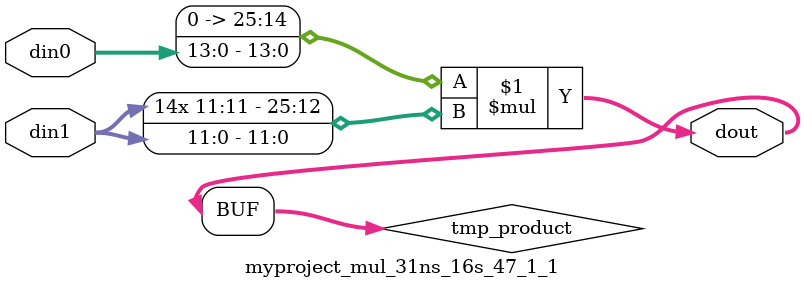
<source format=v>

`timescale 1 ns / 1 ps

  module myproject_mul_31ns_16s_47_1_1(din0, din1, dout);
parameter ID = 1;
parameter NUM_STAGE = 0;
parameter din0_WIDTH = 14;
parameter din1_WIDTH = 12;
parameter dout_WIDTH = 26;

input [din0_WIDTH - 1 : 0] din0; 
input [din1_WIDTH - 1 : 0] din1; 
output [dout_WIDTH - 1 : 0] dout;

wire signed [dout_WIDTH - 1 : 0] tmp_product;











assign tmp_product = $signed({1'b0, din0}) * $signed(din1);










assign dout = tmp_product;







endmodule

</source>
